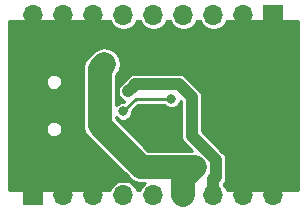
<source format=gbr>
G04 #@! TF.GenerationSoftware,KiCad,Pcbnew,(5.0.2)-1*
G04 #@! TF.CreationDate,2019-10-04T12:42:43+03:00*
G04 #@! TF.ProjectId,Micro-USB-UART,4d696372-6f2d-4555-9342-2d554152542e,rev?*
G04 #@! TF.SameCoordinates,Original*
G04 #@! TF.FileFunction,Copper,L2,Bot*
G04 #@! TF.FilePolarity,Positive*
%FSLAX46Y46*%
G04 Gerber Fmt 4.6, Leading zero omitted, Abs format (unit mm)*
G04 Created by KiCad (PCBNEW (5.0.2)-1) date 04.10.2019 12:42:43*
%MOMM*%
%LPD*%
G01*
G04 APERTURE LIST*
G04 #@! TA.AperFunction,ComponentPad*
%ADD10R,1.700000X1.700000*%
G04 #@! TD*
G04 #@! TA.AperFunction,ComponentPad*
%ADD11O,1.700000X1.700000*%
G04 #@! TD*
G04 #@! TA.AperFunction,ViaPad*
%ADD12C,0.800000*%
G04 #@! TD*
G04 #@! TA.AperFunction,Conductor*
%ADD13C,2.000000*%
G04 #@! TD*
G04 #@! TA.AperFunction,Conductor*
%ADD14C,1.000000*%
G04 #@! TD*
G04 #@! TA.AperFunction,Conductor*
%ADD15C,0.250000*%
G04 #@! TD*
G04 #@! TA.AperFunction,Conductor*
%ADD16C,0.254000*%
G04 #@! TD*
G04 APERTURE END LIST*
D10*
G04 #@! TO.P,J1,1*
G04 #@! TO.N,GND*
X95758000Y-106527600D03*
D11*
G04 #@! TO.P,J1,2*
X93218000Y-106527600D03*
G04 #@! TO.P,J1,3*
G04 #@! TO.N,RTS*
X90678000Y-106527600D03*
G04 #@! TO.P,J1,4*
G04 #@! TO.N,IO1*
X88138000Y-106527600D03*
G04 #@! TO.P,J1,5*
G04 #@! TO.N,IO3*
X85598000Y-106527600D03*
G04 #@! TO.P,J1,6*
G04 #@! TO.N,DTR*
X83058000Y-106527600D03*
G04 #@! TO.P,J1,7*
G04 #@! TO.N,GND*
X80518000Y-106527600D03*
G04 #@! TO.P,J1,8*
X77978000Y-106527600D03*
G04 #@! TO.P,J1,9*
X75438000Y-106527600D03*
G04 #@! TD*
G04 #@! TO.P,J2,9*
G04 #@! TO.N,GND*
X95758000Y-121754900D03*
G04 #@! TO.P,J2,8*
X93218000Y-121754900D03*
G04 #@! TO.P,J2,7*
G04 #@! TO.N,VBUS*
X90678000Y-121754900D03*
G04 #@! TO.P,J2,6*
G04 #@! TO.N,EXT_5V*
X88138000Y-121754900D03*
G04 #@! TO.P,J2,5*
G04 #@! TO.N,+3.3V*
X85598000Y-121754900D03*
G04 #@! TO.P,J2,4*
X83058000Y-121754900D03*
G04 #@! TO.P,J2,3*
G04 #@! TO.N,GND*
X80518000Y-121754900D03*
G04 #@! TO.P,J2,2*
X77978000Y-121754900D03*
D10*
G04 #@! TO.P,J2,1*
X75438000Y-121754900D03*
G04 #@! TD*
D12*
G04 #@! TO.N,GND*
X87376000Y-114858800D03*
X91541600Y-117805200D03*
X90474800Y-112471200D03*
X92557600Y-112471200D03*
X92506800Y-114503200D03*
X90474800Y-114452400D03*
X83502500Y-111252000D03*
G04 #@! TO.N,EXT_5V*
X89103200Y-119380000D03*
X81432400Y-110642400D03*
G04 #@! TO.N,VBUS*
X83464400Y-112979200D03*
G04 #@! TO.N,USB_DN*
X83007200Y-114666091D03*
X87122000Y-113588800D03*
G04 #@! TD*
D13*
G04 #@! TO.N,EXT_5V*
X81032401Y-111042399D02*
X81032401Y-115830401D01*
X81432400Y-110642400D02*
X81032401Y-111042399D01*
X84582000Y-119380000D02*
X81032401Y-115830401D01*
X89103200Y-119380000D02*
X84582000Y-119380000D01*
X88138000Y-121615200D02*
X88138000Y-120345200D01*
X88138000Y-120345200D02*
X89103200Y-119380000D01*
X88138000Y-121754900D02*
X88138000Y-120345200D01*
D14*
G04 #@! TO.N,VBUS*
X84074000Y-112369600D02*
X83864399Y-112579201D01*
X83864399Y-112579201D02*
X83464400Y-112979200D01*
X87731600Y-112369600D02*
X84074000Y-112369600D01*
X88849200Y-113487200D02*
X87731600Y-112369600D01*
X88849200Y-116721822D02*
X88849200Y-113487200D01*
X90678000Y-121615200D02*
X90678000Y-120413119D01*
X90881200Y-118753822D02*
X88849200Y-116721822D01*
X90881200Y-120209919D02*
X90881200Y-118753822D01*
X90678000Y-120413119D02*
X90881200Y-120209919D01*
X90678000Y-121754900D02*
X90678000Y-120413119D01*
D15*
G04 #@! TO.N,USB_DN*
X84084491Y-113588800D02*
X83007200Y-114666091D01*
X87122000Y-113588800D02*
X84084491Y-113588800D01*
G04 #@! TD*
D16*
G04 #@! TO.N,GND*
G36*
X81898424Y-107007912D02*
X82170499Y-107415101D01*
X82577688Y-107687176D01*
X82936761Y-107758600D01*
X83179239Y-107758600D01*
X83538312Y-107687176D01*
X83945501Y-107415101D01*
X84217576Y-107007912D01*
X84222412Y-106983600D01*
X84433588Y-106983600D01*
X84438424Y-107007912D01*
X84710499Y-107415101D01*
X85117688Y-107687176D01*
X85476761Y-107758600D01*
X85719239Y-107758600D01*
X86078312Y-107687176D01*
X86485501Y-107415101D01*
X86757576Y-107007912D01*
X86762412Y-106983600D01*
X86973588Y-106983600D01*
X86978424Y-107007912D01*
X87250499Y-107415101D01*
X87657688Y-107687176D01*
X88016761Y-107758600D01*
X88259239Y-107758600D01*
X88618312Y-107687176D01*
X89025501Y-107415101D01*
X89297576Y-107007912D01*
X89302412Y-106983600D01*
X89513588Y-106983600D01*
X89518424Y-107007912D01*
X89790499Y-107415101D01*
X90197688Y-107687176D01*
X90556761Y-107758600D01*
X90799239Y-107758600D01*
X91158312Y-107687176D01*
X91565501Y-107415101D01*
X91837576Y-107007912D01*
X91842412Y-106983600D01*
X97842001Y-106983600D01*
X97842000Y-121298900D01*
X91842412Y-121298900D01*
X91837576Y-121274588D01*
X91565501Y-120867399D01*
X91559000Y-120863055D01*
X91559000Y-120781276D01*
X91711083Y-120553668D01*
X91762200Y-120296686D01*
X91762200Y-120296682D01*
X91779458Y-120209920D01*
X91762200Y-120123157D01*
X91762200Y-118840585D01*
X91779458Y-118753822D01*
X91762200Y-118667059D01*
X91762200Y-118667055D01*
X91711083Y-118410073D01*
X91516365Y-118118657D01*
X91442807Y-118069507D01*
X89730200Y-116356901D01*
X89730200Y-113573962D01*
X89747458Y-113487199D01*
X89730200Y-113400436D01*
X89730200Y-113400433D01*
X89679083Y-113143451D01*
X89484365Y-112852035D01*
X89410807Y-112802885D01*
X88415917Y-111807995D01*
X88366765Y-111734435D01*
X88075349Y-111539717D01*
X87818367Y-111488600D01*
X87818363Y-111488600D01*
X87731600Y-111471342D01*
X87644837Y-111488600D01*
X84160767Y-111488600D01*
X84074000Y-111471341D01*
X83987233Y-111488600D01*
X83730251Y-111539717D01*
X83438835Y-111734435D01*
X83389683Y-111807996D01*
X82780086Y-112417593D01*
X82634517Y-112635452D01*
X82566142Y-112979200D01*
X82634517Y-113322948D01*
X82829235Y-113614365D01*
X83120652Y-113809083D01*
X83143977Y-113813722D01*
X83072608Y-113885091D01*
X82851849Y-113885091D01*
X82564799Y-114003991D01*
X82413401Y-114155389D01*
X82413401Y-111614427D01*
X82505090Y-111522738D01*
X82733272Y-111181239D01*
X82840454Y-110642401D01*
X82733272Y-110103561D01*
X82428045Y-109646755D01*
X81971239Y-109341528D01*
X81432399Y-109234346D01*
X80893561Y-109341528D01*
X80552062Y-109569710D01*
X80152063Y-109969709D01*
X80036756Y-110046755D01*
X79731528Y-110503561D01*
X79651401Y-110906386D01*
X79651401Y-110906390D01*
X79624347Y-111042399D01*
X79651401Y-111178409D01*
X79651402Y-115694387D01*
X79624347Y-115830401D01*
X79651402Y-115966415D01*
X79731529Y-116369240D01*
X80036757Y-116826046D01*
X80152063Y-116903091D01*
X83509309Y-120260338D01*
X83586355Y-120375645D01*
X84043161Y-120680873D01*
X84445986Y-120761000D01*
X84445990Y-120761000D01*
X84581999Y-120788054D01*
X84718009Y-120761000D01*
X84869736Y-120761000D01*
X84710499Y-120867399D01*
X84438424Y-121274588D01*
X84433588Y-121298900D01*
X84222412Y-121298900D01*
X84217576Y-121274588D01*
X83945501Y-120867399D01*
X83538312Y-120595324D01*
X83179239Y-120523900D01*
X82936761Y-120523900D01*
X82577688Y-120595324D01*
X82170499Y-120867399D01*
X81898424Y-121274588D01*
X81893588Y-121298900D01*
X73354000Y-121298900D01*
X73354000Y-116018491D01*
X76477500Y-116018491D01*
X76477500Y-116289409D01*
X76581176Y-116539706D01*
X76772744Y-116731274D01*
X77023041Y-116834950D01*
X77293959Y-116834950D01*
X77544256Y-116731274D01*
X77735824Y-116539706D01*
X77839500Y-116289409D01*
X77839500Y-116018491D01*
X77735824Y-115768194D01*
X77544256Y-115576626D01*
X77293959Y-115472950D01*
X77023041Y-115472950D01*
X76772744Y-115576626D01*
X76581176Y-115768194D01*
X76477500Y-116018491D01*
X73354000Y-116018491D01*
X73354000Y-112018491D01*
X76477500Y-112018491D01*
X76477500Y-112289409D01*
X76581176Y-112539706D01*
X76772744Y-112731274D01*
X77023041Y-112834950D01*
X77293959Y-112834950D01*
X77544256Y-112731274D01*
X77735824Y-112539706D01*
X77839500Y-112289409D01*
X77839500Y-112018491D01*
X77735824Y-111768194D01*
X77544256Y-111576626D01*
X77293959Y-111472950D01*
X77023041Y-111472950D01*
X76772744Y-111576626D01*
X76581176Y-111768194D01*
X76477500Y-112018491D01*
X73354000Y-112018491D01*
X73354000Y-106983600D01*
X81893588Y-106983600D01*
X81898424Y-107007912D01*
X81898424Y-107007912D01*
G37*
X81898424Y-107007912D02*
X82170499Y-107415101D01*
X82577688Y-107687176D01*
X82936761Y-107758600D01*
X83179239Y-107758600D01*
X83538312Y-107687176D01*
X83945501Y-107415101D01*
X84217576Y-107007912D01*
X84222412Y-106983600D01*
X84433588Y-106983600D01*
X84438424Y-107007912D01*
X84710499Y-107415101D01*
X85117688Y-107687176D01*
X85476761Y-107758600D01*
X85719239Y-107758600D01*
X86078312Y-107687176D01*
X86485501Y-107415101D01*
X86757576Y-107007912D01*
X86762412Y-106983600D01*
X86973588Y-106983600D01*
X86978424Y-107007912D01*
X87250499Y-107415101D01*
X87657688Y-107687176D01*
X88016761Y-107758600D01*
X88259239Y-107758600D01*
X88618312Y-107687176D01*
X89025501Y-107415101D01*
X89297576Y-107007912D01*
X89302412Y-106983600D01*
X89513588Y-106983600D01*
X89518424Y-107007912D01*
X89790499Y-107415101D01*
X90197688Y-107687176D01*
X90556761Y-107758600D01*
X90799239Y-107758600D01*
X91158312Y-107687176D01*
X91565501Y-107415101D01*
X91837576Y-107007912D01*
X91842412Y-106983600D01*
X97842001Y-106983600D01*
X97842000Y-121298900D01*
X91842412Y-121298900D01*
X91837576Y-121274588D01*
X91565501Y-120867399D01*
X91559000Y-120863055D01*
X91559000Y-120781276D01*
X91711083Y-120553668D01*
X91762200Y-120296686D01*
X91762200Y-120296682D01*
X91779458Y-120209920D01*
X91762200Y-120123157D01*
X91762200Y-118840585D01*
X91779458Y-118753822D01*
X91762200Y-118667059D01*
X91762200Y-118667055D01*
X91711083Y-118410073D01*
X91516365Y-118118657D01*
X91442807Y-118069507D01*
X89730200Y-116356901D01*
X89730200Y-113573962D01*
X89747458Y-113487199D01*
X89730200Y-113400436D01*
X89730200Y-113400433D01*
X89679083Y-113143451D01*
X89484365Y-112852035D01*
X89410807Y-112802885D01*
X88415917Y-111807995D01*
X88366765Y-111734435D01*
X88075349Y-111539717D01*
X87818367Y-111488600D01*
X87818363Y-111488600D01*
X87731600Y-111471342D01*
X87644837Y-111488600D01*
X84160767Y-111488600D01*
X84074000Y-111471341D01*
X83987233Y-111488600D01*
X83730251Y-111539717D01*
X83438835Y-111734435D01*
X83389683Y-111807996D01*
X82780086Y-112417593D01*
X82634517Y-112635452D01*
X82566142Y-112979200D01*
X82634517Y-113322948D01*
X82829235Y-113614365D01*
X83120652Y-113809083D01*
X83143977Y-113813722D01*
X83072608Y-113885091D01*
X82851849Y-113885091D01*
X82564799Y-114003991D01*
X82413401Y-114155389D01*
X82413401Y-111614427D01*
X82505090Y-111522738D01*
X82733272Y-111181239D01*
X82840454Y-110642401D01*
X82733272Y-110103561D01*
X82428045Y-109646755D01*
X81971239Y-109341528D01*
X81432399Y-109234346D01*
X80893561Y-109341528D01*
X80552062Y-109569710D01*
X80152063Y-109969709D01*
X80036756Y-110046755D01*
X79731528Y-110503561D01*
X79651401Y-110906386D01*
X79651401Y-110906390D01*
X79624347Y-111042399D01*
X79651401Y-111178409D01*
X79651402Y-115694387D01*
X79624347Y-115830401D01*
X79651402Y-115966415D01*
X79731529Y-116369240D01*
X80036757Y-116826046D01*
X80152063Y-116903091D01*
X83509309Y-120260338D01*
X83586355Y-120375645D01*
X84043161Y-120680873D01*
X84445986Y-120761000D01*
X84445990Y-120761000D01*
X84581999Y-120788054D01*
X84718009Y-120761000D01*
X84869736Y-120761000D01*
X84710499Y-120867399D01*
X84438424Y-121274588D01*
X84433588Y-121298900D01*
X84222412Y-121298900D01*
X84217576Y-121274588D01*
X83945501Y-120867399D01*
X83538312Y-120595324D01*
X83179239Y-120523900D01*
X82936761Y-120523900D01*
X82577688Y-120595324D01*
X82170499Y-120867399D01*
X81898424Y-121274588D01*
X81893588Y-121298900D01*
X73354000Y-121298900D01*
X73354000Y-116018491D01*
X76477500Y-116018491D01*
X76477500Y-116289409D01*
X76581176Y-116539706D01*
X76772744Y-116731274D01*
X77023041Y-116834950D01*
X77293959Y-116834950D01*
X77544256Y-116731274D01*
X77735824Y-116539706D01*
X77839500Y-116289409D01*
X77839500Y-116018491D01*
X77735824Y-115768194D01*
X77544256Y-115576626D01*
X77293959Y-115472950D01*
X77023041Y-115472950D01*
X76772744Y-115576626D01*
X76581176Y-115768194D01*
X76477500Y-116018491D01*
X73354000Y-116018491D01*
X73354000Y-112018491D01*
X76477500Y-112018491D01*
X76477500Y-112289409D01*
X76581176Y-112539706D01*
X76772744Y-112731274D01*
X77023041Y-112834950D01*
X77293959Y-112834950D01*
X77544256Y-112731274D01*
X77735824Y-112539706D01*
X77839500Y-112289409D01*
X77839500Y-112018491D01*
X77735824Y-111768194D01*
X77544256Y-111576626D01*
X77293959Y-111472950D01*
X77023041Y-111472950D01*
X76772744Y-111576626D01*
X76581176Y-111768194D01*
X76477500Y-112018491D01*
X73354000Y-112018491D01*
X73354000Y-106983600D01*
X81893588Y-106983600D01*
X81898424Y-107007912D01*
G36*
X87968201Y-113852123D02*
X87968200Y-116635059D01*
X87950942Y-116721822D01*
X87968200Y-116808585D01*
X87968200Y-116808588D01*
X88019317Y-117065570D01*
X88214035Y-117356987D01*
X88287596Y-117406139D01*
X88880457Y-117999000D01*
X85154029Y-117999000D01*
X82413401Y-115258373D01*
X82413401Y-115176793D01*
X82564799Y-115328191D01*
X82851849Y-115447091D01*
X83162551Y-115447091D01*
X83449601Y-115328191D01*
X83669300Y-115108492D01*
X83788200Y-114821442D01*
X83788200Y-114600683D01*
X84294084Y-114094800D01*
X86523499Y-114094800D01*
X86679599Y-114250900D01*
X86966649Y-114369800D01*
X87277351Y-114369800D01*
X87564401Y-114250900D01*
X87784100Y-114031201D01*
X87890473Y-113774394D01*
X87968201Y-113852123D01*
X87968201Y-113852123D01*
G37*
X87968201Y-113852123D02*
X87968200Y-116635059D01*
X87950942Y-116721822D01*
X87968200Y-116808585D01*
X87968200Y-116808588D01*
X88019317Y-117065570D01*
X88214035Y-117356987D01*
X88287596Y-117406139D01*
X88880457Y-117999000D01*
X85154029Y-117999000D01*
X82413401Y-115258373D01*
X82413401Y-115176793D01*
X82564799Y-115328191D01*
X82851849Y-115447091D01*
X83162551Y-115447091D01*
X83449601Y-115328191D01*
X83669300Y-115108492D01*
X83788200Y-114821442D01*
X83788200Y-114600683D01*
X84294084Y-114094800D01*
X86523499Y-114094800D01*
X86679599Y-114250900D01*
X86966649Y-114369800D01*
X87277351Y-114369800D01*
X87564401Y-114250900D01*
X87784100Y-114031201D01*
X87890473Y-113774394D01*
X87968201Y-113852123D01*
G04 #@! TD*
M02*

</source>
